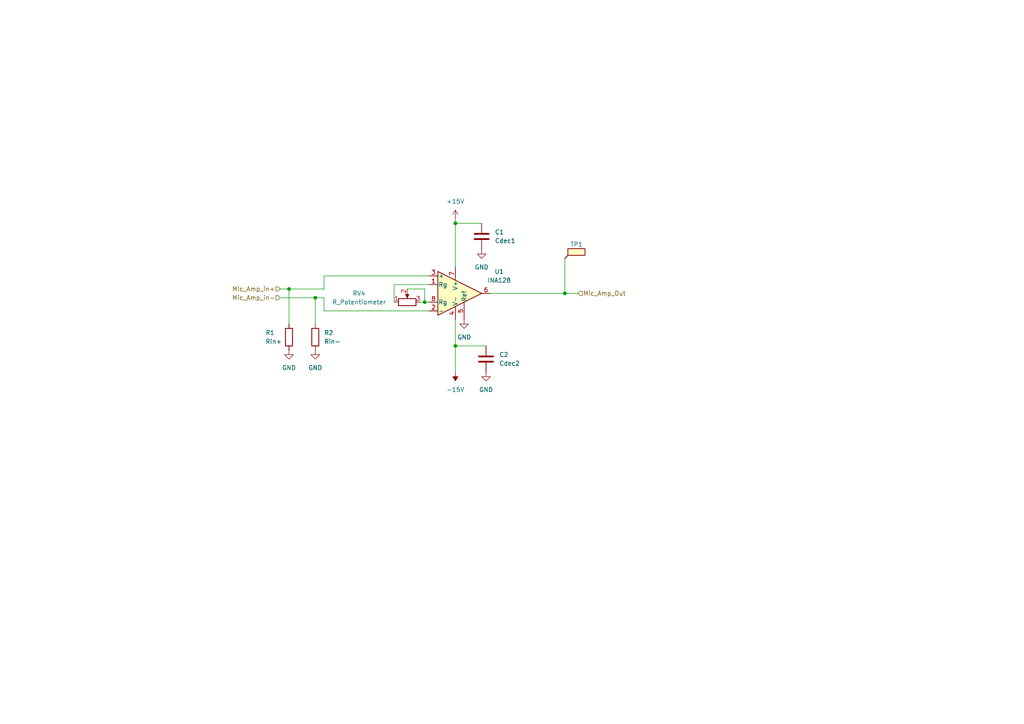
<source format=kicad_sch>
(kicad_sch (version 20231120) (generator "eeschema") (generator_version "8.0")
  (paper "A4")
  (lib_symbols
    (symbol "Amplifier_Instrumentation:INA128" (pin_names (offset 0.127))
      (property "Reference" "U" (at 3.81 3.175 0))
      (property "Value" "INA128" (at 3.81 -3.175 0))
      (symbol "INA128_0_1"
        (polyline (pts (xy 7.62 0) (xy -5.08 6.35) (xy -5.08 -6.35) (xy 7.62 0)) (stroke (width 0.254)) (fill (type background)))
      )
      (symbol "INA128_1_1"
        (pin passive line (at -7.62 2.54 0) (length 2.54) (name "Rg") (number "1"))
        (pin input line (at -7.62 -5.08 0) (length 2.54) (name "-") (number "2"))
        (pin input line (at -7.62 5.08 0) (length 2.54) (name "+") (number "3"))
        (pin power_in line (at 0 -7.62 90) (length 3.81) (name "V-") (number "4"))
        (pin input line (at 2.54 -7.62 90) (length 5.08) (name "Ref") (number "5"))
        (pin output line (at 10.16 0 180) (length 2.54) (name "~") (number "6"))
        (pin power_in line (at 0 7.62 270) (length 3.81) (name "V+") (number "7"))
        (pin passive line (at -7.62 -2.54 0) (length 2.54) (name "Rg") (number "8"))
      )
    )
    (symbol "Connector:TestPoint_Flag" (pin_numbers hide) (pin_names (offset 0.762) hide)
      (property "Reference" "TP" (at 3.429 1.778 0))
      (property "Value" "TestPoint_Flag" (at 3.302 4.191 0))
      (symbol "TestPoint_Flag_0_1"
        (polyline (pts (xy 0 0) (xy 0.889 0.889)) (stroke (width 0.254)))
        (rectangle (start 0.889 2.794) (end 5.842 0.889) (stroke (width 0.254)) (fill (type background)))
      )
      (symbol "TestPoint_Flag_1_1"
        (pin passive line (at 0 0 90) (length 0) (name "1") (number "1"))
      )
    )
    (symbol "Device:C" (pin_numbers hide) (pin_names (offset 0.254))
      (property "Reference" "C" (at 0.635 2.54 0))
      (property "Value" "C" (at 0.635 -2.54 0))
      (symbol "C_0_1"
        (polyline (pts (xy -2.032 -0.762) (xy 2.032 -0.762)) (stroke (width 0.508)))
        (polyline (pts (xy -2.032 0.762) (xy 2.032 0.762)) (stroke (width 0.508)))
      )
      (symbol "C_1_1"
        (pin passive line (at 0 3.81 270) (length 2.794) (name "~") (number "1"))
        (pin passive line (at 0 -3.81 90) (length 2.794) (name "~") (number "2"))
      )
    )
    (symbol "Device:R" (pin_numbers hide) (pin_names (offset 0))
      (property "Reference" "R" (at 2.032 0 90))
      (property "Value" "R" (at 0 0 90))
      (symbol "R_0_1"
        (rectangle (start -1.016 -2.54) (end 1.016 2.54) (stroke (width 0.254)))
      )
      (symbol "R_1_1"
        (pin passive line (at 0 3.81 270) (length 1.27) (name "~") (number "1"))
        (pin passive line (at 0 -3.81 90) (length 1.27) (name "~") (number "2"))
      )
    )
    (symbol "Device:R_Potentiometer" (pin_names (offset 1.016) hide)
      (property "Reference" "RV" (at -4.445 0 90))
      (property "Value" "R_Potentiometer" (at -2.54 0 90))
      (symbol "R_Potentiometer_0_1"
        (polyline (pts (xy 2.54 0) (xy 1.524 0)))
        (polyline (pts (xy 1.143 0) (xy 2.286 0.508) (xy 2.286 -0.508) (xy 1.143 0)) (fill (type outline)))
        (rectangle (start 1.016 2.54) (end -1.016 -2.54) (stroke (width 0.254)))
      )
      (symbol "R_Potentiometer_1_1"
        (pin passive line (at 0 3.81 270) (length 1.27) (name "1") (number "1"))
        (pin passive line (at 3.81 0 180) (length 1.27) (name "2") (number "2"))
        (pin passive line (at 0 -3.81 90) (length 1.27) (name "3") (number "3"))
      )
    )
    (symbol "power:+15V" (power) (pin_numbers hide) (pin_names (offset 0) hide)
      (property "Value" "+15V" (at 0 3.556 0))
      (symbol "+15V_0_1"
        (polyline (pts (xy -0.762 1.27) (xy 0 2.54)))
        (polyline (pts (xy 0 0) (xy 0 2.54)))
        (polyline (pts (xy 0 2.54) (xy 0.762 1.27)))
      )
      (symbol "+15V_1_1"
        (pin power_in line (at 0 0 90) (length 0) (name "~") (number "1"))
      )
    )
    (symbol "power:-15V" (power) (pin_numbers hide) (pin_names (offset 0) hide)
      (property "Value" "-15V" (at 0 3.556 0))
      (symbol "-15V_0_0"
        (pin power_in line (at 0 0 90) (length 0) (name "~") (number "1"))
      )
      (symbol "-15V_0_1"
        (polyline (pts (xy 0 0) (xy 0 1.27) (xy 0.762 1.27) (xy 0 2.54) (xy -0.762 1.27) (xy 0 1.27)) (fill (type outline)))
      )
    )
    (symbol "power:GND" (power) (pin_numbers hide) (pin_names (offset 0) hide)
      (property "Value" "GND" (at 0 -3.81 0))
      (symbol "GND_0_1"
        (polyline (pts (xy 0 0) (xy 0 -1.27) (xy 1.27 -1.27) (xy 0 -2.54) (xy -1.27 -1.27) (xy 0 -1.27)))
      )
      (symbol "GND_1_1"
        (pin power_in line (at 0 0 270) (length 0) (name "~") (number "1"))
      )
    )
  )
  (junction (at 83.82 83.82))
  (junction (at 91.44 86.36))
  (junction (at 132.08 64.77))
  (junction (at 163.83 85.09))
  (junction (at 123.19 87.63))
  (junction (at 132.08 100.33))
  (wire (pts (xy 91.44 86.36) (xy 91.44 93.98)))
  (wire (pts (xy 132.08 100.33) (xy 140.97 100.33)))
  (wire (pts (xy 132.08 64.77) (xy 132.08 77.47)))
  (wire (pts (xy 83.82 83.82) (xy 93.98 83.82)))
  (wire (pts (xy 163.83 85.09) (xy 167.64 85.09)))
  (wire (pts (xy 81.28 86.36) (xy 91.44 86.36)))
  (wire (pts (xy 114.3 87.63) (xy 114.3 82.55)))
  (wire (pts (xy 142.24 85.09) (xy 163.83 85.09)))
  (wire (pts (xy 163.83 74.93) (xy 163.83 85.09)))
  (wire (pts (xy 93.98 90.17) (xy 124.46 90.17)))
  (wire (pts (xy 123.19 83.82) (xy 123.19 87.63)))
  (wire (pts (xy 118.11 83.82) (xy 123.19 83.82)))
  (wire (pts (xy 93.98 80.01) (xy 124.46 80.01)))
  (wire (pts (xy 132.08 64.77) (xy 139.7 64.77)))
  (wire (pts (xy 81.28 83.82) (xy 83.82 83.82)))
  (wire (pts (xy 123.19 87.63) (xy 124.46 87.63)))
  (wire (pts (xy 132.08 63.5) (xy 132.08 64.77)))
  (wire (pts (xy 132.08 100.33) (xy 132.08 92.71)))
  (wire (pts (xy 83.82 93.98) (xy 83.82 83.82)))
  (wire (pts (xy 132.08 100.33) (xy 132.08 107.95)))
  (wire (pts (xy 93.98 86.36) (xy 93.98 90.17)))
  (wire (pts (xy 93.98 83.82) (xy 93.98 80.01)))
  (wire (pts (xy 121.92 87.63) (xy 123.19 87.63)))
  (wire (pts (xy 114.3 82.55) (xy 124.46 82.55)))
  (wire (pts (xy 91.44 86.36) (xy 93.98 86.36)))
  (hierarchical_label "Mic_Amp_Out" (shape input) (at 167.64 85.09 0))
  (hierarchical_label "Mic_Amp_in+" (shape input) (at 81.28 83.82 180))
  (hierarchical_label "Mic_Amp_in-" (shape input) (at 81.28 86.36 180))
  (symbol (lib_id "Device:R") (at 83.82 97.79 0) (unit 1)
    (property "Reference" "R1" (at 76.962 96.52 0) (effects (justify left)))
    (property "Value" "Rin+" (at 76.962 99.06 0) (effects (justify left)))
    (property "Footprint" "Resistor_THT:R_Axial_DIN0207_L6.3mm_D2.5mm_P10.16mm_Horizontal" (effects (hide yes)))
    (property "Description" "Resistor" (effects (hide yes)))
  )
  (symbol (lib_id "power:-15V") (at 132.08 107.95 180) (unit 1)
    (property "Reference" "#PWR02" (effects (hide yes)))
    (property "Value" "-15V" (at 132.08 113.03 0))
    (property "Description" "Power symbol creates a global label with name \"-15V\"" (effects (hide yes)))
  )
  (symbol (lib_id "Connector:TestPoint_Flag") (at 163.83 74.93 0) (unit 1)
    (property "Reference" "TP1" (at 165.354 70.866 0) (effects (justify left)))
    (property "Value" "TestPoint_Flag" (effects (hide yes)))
    (property "Footprint" "TestPoint:TestPoint_Pad_D1.5mm" (effects (hide yes)))
    (property "Description" "test point (alternative flag-style design)" (effects (hide yes)))
  )
  (symbol (lib_id "Device:R") (at 91.44 97.79 0) (unit 1)
    (property "Reference" "R2" (at 93.98 96.5199 0) (effects (justify left)))
    (property "Value" "Rin-" (at 93.98 99.0599 0) (effects (justify left)))
    (property "Footprint" "Resistor_THT:R_Axial_DIN0207_L6.3mm_D2.5mm_P10.16mm_Horizontal" (effects (hide yes)))
    (property "Description" "Resistor" (effects (hide yes)))
  )
  (symbol (lib_id "Device:R_Potentiometer") (at 118.11 87.63 90) (unit 1)
    (property "Reference" "RV4" (at 104.14 85.09 90))
    (property "Value" "R_Potentiometer" (at 104.14 87.63 90))
    (property "Footprint" "Custom_parts:Trim Pot" (effects (hide yes)))
    (property "Description" "Potentiometer" (effects (hide yes)))
  )
  (symbol (lib_id "Device:C") (at 139.7 68.58 0) (unit 1)
    (property "Reference" "C1" (at 143.51 67.3099 0) (effects (justify left)))
    (property "Value" "Cdec1" (at 143.51 69.8499 0) (effects (justify left)))
    (property "Footprint" "Capacitor_THT:C_Disc_D3.0mm_W1.6mm_P2.50mm" (effects (hide yes)))
    (property "Description" "Unpolarized capacitor" (effects (hide yes)))
  )
  (symbol (lib_id "power:GND") (at 139.7 72.39 0) (unit 1)
    (property "Reference" "#PWR07" (effects (hide yes)))
    (property "Value" "GND" (at 139.7 77.47 0))
    (property "Description" "Power symbol creates a global label with name \"GND\" , ground" (effects (hide yes)))
  )
  (symbol (lib_id "power:GND") (at 140.97 107.95 0) (unit 1)
    (property "Reference" "#PWR06" (effects (hide yes)))
    (property "Value" "GND" (at 140.97 113.03 0))
    (property "Description" "Power symbol creates a global label with name \"GND\" , ground" (effects (hide yes)))
  )
  (symbol (lib_id "Device:C") (at 140.97 104.14 0) (unit 1)
    (property "Reference" "C2" (at 144.78 102.8699 0) (effects (justify left)))
    (property "Value" "Cdec2" (at 144.78 105.4099 0) (effects (justify left)))
    (property "Footprint" "Capacitor_THT:C_Disc_D3.0mm_W1.6mm_P2.50mm" (effects (hide yes)))
    (property "Description" "Unpolarized capacitor" (effects (hide yes)))
  )
  (symbol (lib_id "Amplifier_Instrumentation:INA128") (at 132.08 85.09 0) (unit 1)
    (property "Reference" "U1" (at 144.78 78.7714 0))
    (property "Value" "INA128" (at 144.78 81.3114 0))
    (property "Footprint" "INA128:P8" (effects (hide yes)))
    (property "Datasheet" "http://www.ti.com/lit/ds/symlink/ina128.pdf" (effects (hide yes)))
    (property "Description" "Precision, Low Power Instrumentation Amplifier G = 1 + 50kOhm/Rg, DIP-8/SOIC-8" (effects (hide yes)))
  )
  (symbol (lib_id "power:+15V") (at 132.08 63.5 0) (unit 1)
    (property "Reference" "#PWR01" (effects (hide yes)))
    (property "Value" "+15V" (at 132.08 58.42 0))
    (property "Description" "Power symbol creates a global label with name \"+15V\"" (effects (hide yes)))
  )
  (symbol (lib_id "power:GND") (at 134.62 92.71 0) (unit 1)
    (property "Reference" "#PWR05" (effects (hide yes)))
    (property "Value" "GND" (at 134.62 97.79 0))
    (property "Description" "Power symbol creates a global label with name \"GND\" , ground" (effects (hide yes)))
  )
  (symbol (lib_id "power:GND") (at 91.44 101.6 0) (unit 1)
    (property "Reference" "#PWR03" (effects (hide yes)))
    (property "Value" "GND" (at 91.44 106.68 0))
    (property "Description" "Power symbol creates a global label with name \"GND\" , ground" (effects (hide yes)))
  )
  (symbol (lib_id "power:GND") (at 83.82 101.6 0) (unit 1)
    (property "Reference" "#PWR04" (effects (hide yes)))
    (property "Value" "GND" (at 83.82 106.68 0))
    (property "Description" "Power symbol creates a global label with name \"GND\" , ground" (effects (hide yes)))
  )
)
</source>
